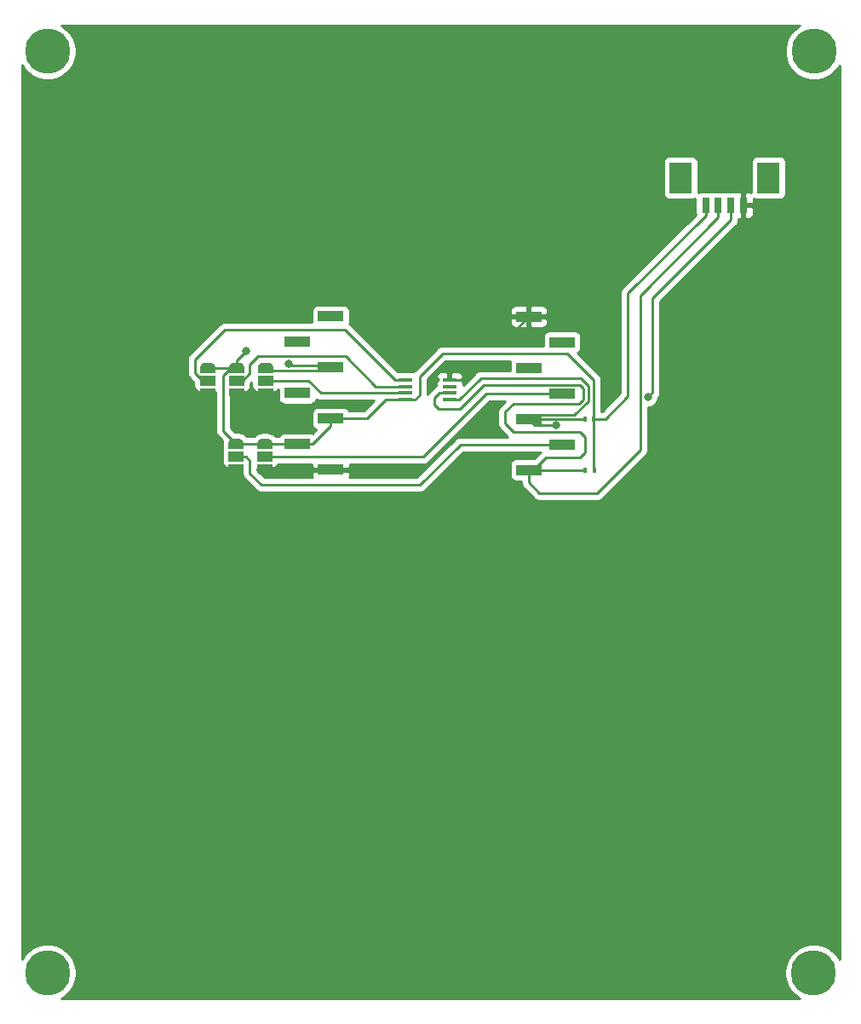
<source format=gbr>
G04 #@! TF.GenerationSoftware,KiCad,Pcbnew,(5.1.2)-2*
G04 #@! TF.CreationDate,2021-12-15T08:57:30-03:00*
G04 #@! TF.ProjectId,MAG_Plus,4d41475f-506c-4757-932e-6b696361645f,rev?*
G04 #@! TF.SameCoordinates,Original*
G04 #@! TF.FileFunction,Copper,L1,Top*
G04 #@! TF.FilePolarity,Positive*
%FSLAX46Y46*%
G04 Gerber Fmt 4.6, Leading zero omitted, Abs format (unit mm)*
G04 Created by KiCad (PCBNEW (5.1.2)-2) date 2021-12-15 08:57:30*
%MOMM*%
%LPD*%
G04 APERTURE LIST*
%ADD10C,4.500000*%
%ADD11R,0.800000X1.500000*%
%ADD12R,2.200000X3.100000*%
%ADD13R,2.510000X1.000000*%
%ADD14C,0.500000*%
%ADD15C,0.100000*%
%ADD16R,1.500000X1.000000*%
%ADD17R,0.400000X0.600000*%
%ADD18R,1.450000X0.450000*%
%ADD19C,0.800000*%
%ADD20C,0.250000*%
%ADD21C,0.254000*%
G04 APERTURE END LIST*
D10*
X200990000Y-235810000D03*
X124800000Y-235820000D03*
X201000000Y-144210000D03*
X124800000Y-144200000D03*
D11*
X194005000Y-159525000D03*
X192755000Y-159525000D03*
X191505000Y-159525000D03*
X190255000Y-159525000D03*
D12*
X196505000Y-156775000D03*
X187755000Y-156775000D03*
D13*
X172665000Y-170580000D03*
X172665000Y-175660000D03*
X172665000Y-180740000D03*
X172665000Y-185820000D03*
X175975000Y-173120000D03*
X175975000Y-178200000D03*
X175975000Y-183280000D03*
X149665000Y-173100000D03*
X149665000Y-178180000D03*
X149665000Y-183260000D03*
X152975000Y-170560000D03*
X152975000Y-175640000D03*
X152975000Y-180720000D03*
X152975000Y-185800000D03*
D14*
X146410000Y-183220000D03*
D15*
G36*
X145660000Y-183770000D02*
G01*
X145660000Y-183220000D01*
X145660602Y-183220000D01*
X145660602Y-183195466D01*
X145665412Y-183146635D01*
X145674984Y-183098510D01*
X145689228Y-183051555D01*
X145708005Y-183006222D01*
X145731136Y-182962949D01*
X145758396Y-182922150D01*
X145789524Y-182884221D01*
X145824221Y-182849524D01*
X145862150Y-182818396D01*
X145902949Y-182791136D01*
X145946222Y-182768005D01*
X145991555Y-182749228D01*
X146038510Y-182734984D01*
X146086635Y-182725412D01*
X146135466Y-182720602D01*
X146160000Y-182720602D01*
X146160000Y-182720000D01*
X146660000Y-182720000D01*
X146660000Y-182720602D01*
X146684534Y-182720602D01*
X146733365Y-182725412D01*
X146781490Y-182734984D01*
X146828445Y-182749228D01*
X146873778Y-182768005D01*
X146917051Y-182791136D01*
X146957850Y-182818396D01*
X146995779Y-182849524D01*
X147030476Y-182884221D01*
X147061604Y-182922150D01*
X147088864Y-182962949D01*
X147111995Y-183006222D01*
X147130772Y-183051555D01*
X147145016Y-183098510D01*
X147154588Y-183146635D01*
X147159398Y-183195466D01*
X147159398Y-183220000D01*
X147160000Y-183220000D01*
X147160000Y-183770000D01*
X145660000Y-183770000D01*
X145660000Y-183770000D01*
G37*
D14*
X146410000Y-185820000D03*
D15*
G36*
X147159398Y-185820000D02*
G01*
X147159398Y-185844534D01*
X147154588Y-185893365D01*
X147145016Y-185941490D01*
X147130772Y-185988445D01*
X147111995Y-186033778D01*
X147088864Y-186077051D01*
X147061604Y-186117850D01*
X147030476Y-186155779D01*
X146995779Y-186190476D01*
X146957850Y-186221604D01*
X146917051Y-186248864D01*
X146873778Y-186271995D01*
X146828445Y-186290772D01*
X146781490Y-186305016D01*
X146733365Y-186314588D01*
X146684534Y-186319398D01*
X146660000Y-186319398D01*
X146660000Y-186320000D01*
X146160000Y-186320000D01*
X146160000Y-186319398D01*
X146135466Y-186319398D01*
X146086635Y-186314588D01*
X146038510Y-186305016D01*
X145991555Y-186290772D01*
X145946222Y-186271995D01*
X145902949Y-186248864D01*
X145862150Y-186221604D01*
X145824221Y-186190476D01*
X145789524Y-186155779D01*
X145758396Y-186117850D01*
X145731136Y-186077051D01*
X145708005Y-186033778D01*
X145689228Y-185988445D01*
X145674984Y-185941490D01*
X145665412Y-185893365D01*
X145660602Y-185844534D01*
X145660602Y-185820000D01*
X145660000Y-185820000D01*
X145660000Y-185270000D01*
X147160000Y-185270000D01*
X147160000Y-185820000D01*
X147159398Y-185820000D01*
X147159398Y-185820000D01*
G37*
D16*
X146410000Y-184520000D03*
X143540000Y-184500000D03*
D14*
X143540000Y-185800000D03*
D15*
G36*
X144289398Y-185800000D02*
G01*
X144289398Y-185824534D01*
X144284588Y-185873365D01*
X144275016Y-185921490D01*
X144260772Y-185968445D01*
X144241995Y-186013778D01*
X144218864Y-186057051D01*
X144191604Y-186097850D01*
X144160476Y-186135779D01*
X144125779Y-186170476D01*
X144087850Y-186201604D01*
X144047051Y-186228864D01*
X144003778Y-186251995D01*
X143958445Y-186270772D01*
X143911490Y-186285016D01*
X143863365Y-186294588D01*
X143814534Y-186299398D01*
X143790000Y-186299398D01*
X143790000Y-186300000D01*
X143290000Y-186300000D01*
X143290000Y-186299398D01*
X143265466Y-186299398D01*
X143216635Y-186294588D01*
X143168510Y-186285016D01*
X143121555Y-186270772D01*
X143076222Y-186251995D01*
X143032949Y-186228864D01*
X142992150Y-186201604D01*
X142954221Y-186170476D01*
X142919524Y-186135779D01*
X142888396Y-186097850D01*
X142861136Y-186057051D01*
X142838005Y-186013778D01*
X142819228Y-185968445D01*
X142804984Y-185921490D01*
X142795412Y-185873365D01*
X142790602Y-185824534D01*
X142790602Y-185800000D01*
X142790000Y-185800000D01*
X142790000Y-185250000D01*
X144290000Y-185250000D01*
X144290000Y-185800000D01*
X144289398Y-185800000D01*
X144289398Y-185800000D01*
G37*
D14*
X143540000Y-183200000D03*
D15*
G36*
X142790000Y-183750000D02*
G01*
X142790000Y-183200000D01*
X142790602Y-183200000D01*
X142790602Y-183175466D01*
X142795412Y-183126635D01*
X142804984Y-183078510D01*
X142819228Y-183031555D01*
X142838005Y-182986222D01*
X142861136Y-182942949D01*
X142888396Y-182902150D01*
X142919524Y-182864221D01*
X142954221Y-182829524D01*
X142992150Y-182798396D01*
X143032949Y-182771136D01*
X143076222Y-182748005D01*
X143121555Y-182729228D01*
X143168510Y-182714984D01*
X143216635Y-182705412D01*
X143265466Y-182700602D01*
X143290000Y-182700602D01*
X143290000Y-182700000D01*
X143790000Y-182700000D01*
X143790000Y-182700602D01*
X143814534Y-182700602D01*
X143863365Y-182705412D01*
X143911490Y-182714984D01*
X143958445Y-182729228D01*
X144003778Y-182748005D01*
X144047051Y-182771136D01*
X144087850Y-182798396D01*
X144125779Y-182829524D01*
X144160476Y-182864221D01*
X144191604Y-182902150D01*
X144218864Y-182942949D01*
X144241995Y-182986222D01*
X144260772Y-183031555D01*
X144275016Y-183078510D01*
X144284588Y-183126635D01*
X144289398Y-183175466D01*
X144289398Y-183200000D01*
X144290000Y-183200000D01*
X144290000Y-183750000D01*
X142790000Y-183750000D01*
X142790000Y-183750000D01*
G37*
D17*
X178250000Y-185830000D03*
X179150000Y-185830000D03*
X179140000Y-180740000D03*
X178240000Y-180740000D03*
D14*
X146500000Y-175650000D03*
D15*
G36*
X145750000Y-176200000D02*
G01*
X145750000Y-175650000D01*
X145750602Y-175650000D01*
X145750602Y-175625466D01*
X145755412Y-175576635D01*
X145764984Y-175528510D01*
X145779228Y-175481555D01*
X145798005Y-175436222D01*
X145821136Y-175392949D01*
X145848396Y-175352150D01*
X145879524Y-175314221D01*
X145914221Y-175279524D01*
X145952150Y-175248396D01*
X145992949Y-175221136D01*
X146036222Y-175198005D01*
X146081555Y-175179228D01*
X146128510Y-175164984D01*
X146176635Y-175155412D01*
X146225466Y-175150602D01*
X146250000Y-175150602D01*
X146250000Y-175150000D01*
X146750000Y-175150000D01*
X146750000Y-175150602D01*
X146774534Y-175150602D01*
X146823365Y-175155412D01*
X146871490Y-175164984D01*
X146918445Y-175179228D01*
X146963778Y-175198005D01*
X147007051Y-175221136D01*
X147047850Y-175248396D01*
X147085779Y-175279524D01*
X147120476Y-175314221D01*
X147151604Y-175352150D01*
X147178864Y-175392949D01*
X147201995Y-175436222D01*
X147220772Y-175481555D01*
X147235016Y-175528510D01*
X147244588Y-175576635D01*
X147249398Y-175625466D01*
X147249398Y-175650000D01*
X147250000Y-175650000D01*
X147250000Y-176200000D01*
X145750000Y-176200000D01*
X145750000Y-176200000D01*
G37*
D14*
X146500000Y-178250000D03*
D15*
G36*
X147249398Y-178250000D02*
G01*
X147249398Y-178274534D01*
X147244588Y-178323365D01*
X147235016Y-178371490D01*
X147220772Y-178418445D01*
X147201995Y-178463778D01*
X147178864Y-178507051D01*
X147151604Y-178547850D01*
X147120476Y-178585779D01*
X147085779Y-178620476D01*
X147047850Y-178651604D01*
X147007051Y-178678864D01*
X146963778Y-178701995D01*
X146918445Y-178720772D01*
X146871490Y-178735016D01*
X146823365Y-178744588D01*
X146774534Y-178749398D01*
X146750000Y-178749398D01*
X146750000Y-178750000D01*
X146250000Y-178750000D01*
X146250000Y-178749398D01*
X146225466Y-178749398D01*
X146176635Y-178744588D01*
X146128510Y-178735016D01*
X146081555Y-178720772D01*
X146036222Y-178701995D01*
X145992949Y-178678864D01*
X145952150Y-178651604D01*
X145914221Y-178620476D01*
X145879524Y-178585779D01*
X145848396Y-178547850D01*
X145821136Y-178507051D01*
X145798005Y-178463778D01*
X145779228Y-178418445D01*
X145764984Y-178371490D01*
X145755412Y-178323365D01*
X145750602Y-178274534D01*
X145750602Y-178250000D01*
X145750000Y-178250000D01*
X145750000Y-177700000D01*
X147250000Y-177700000D01*
X147250000Y-178250000D01*
X147249398Y-178250000D01*
X147249398Y-178250000D01*
G37*
D16*
X146500000Y-176950000D03*
X140740000Y-176970000D03*
D14*
X140740000Y-178270000D03*
D15*
G36*
X141489398Y-178270000D02*
G01*
X141489398Y-178294534D01*
X141484588Y-178343365D01*
X141475016Y-178391490D01*
X141460772Y-178438445D01*
X141441995Y-178483778D01*
X141418864Y-178527051D01*
X141391604Y-178567850D01*
X141360476Y-178605779D01*
X141325779Y-178640476D01*
X141287850Y-178671604D01*
X141247051Y-178698864D01*
X141203778Y-178721995D01*
X141158445Y-178740772D01*
X141111490Y-178755016D01*
X141063365Y-178764588D01*
X141014534Y-178769398D01*
X140990000Y-178769398D01*
X140990000Y-178770000D01*
X140490000Y-178770000D01*
X140490000Y-178769398D01*
X140465466Y-178769398D01*
X140416635Y-178764588D01*
X140368510Y-178755016D01*
X140321555Y-178740772D01*
X140276222Y-178721995D01*
X140232949Y-178698864D01*
X140192150Y-178671604D01*
X140154221Y-178640476D01*
X140119524Y-178605779D01*
X140088396Y-178567850D01*
X140061136Y-178527051D01*
X140038005Y-178483778D01*
X140019228Y-178438445D01*
X140004984Y-178391490D01*
X139995412Y-178343365D01*
X139990602Y-178294534D01*
X139990602Y-178270000D01*
X139990000Y-178270000D01*
X139990000Y-177720000D01*
X141490000Y-177720000D01*
X141490000Y-178270000D01*
X141489398Y-178270000D01*
X141489398Y-178270000D01*
G37*
D14*
X140740000Y-175670000D03*
D15*
G36*
X139990000Y-176220000D02*
G01*
X139990000Y-175670000D01*
X139990602Y-175670000D01*
X139990602Y-175645466D01*
X139995412Y-175596635D01*
X140004984Y-175548510D01*
X140019228Y-175501555D01*
X140038005Y-175456222D01*
X140061136Y-175412949D01*
X140088396Y-175372150D01*
X140119524Y-175334221D01*
X140154221Y-175299524D01*
X140192150Y-175268396D01*
X140232949Y-175241136D01*
X140276222Y-175218005D01*
X140321555Y-175199228D01*
X140368510Y-175184984D01*
X140416635Y-175175412D01*
X140465466Y-175170602D01*
X140490000Y-175170602D01*
X140490000Y-175170000D01*
X140990000Y-175170000D01*
X140990000Y-175170602D01*
X141014534Y-175170602D01*
X141063365Y-175175412D01*
X141111490Y-175184984D01*
X141158445Y-175199228D01*
X141203778Y-175218005D01*
X141247051Y-175241136D01*
X141287850Y-175268396D01*
X141325779Y-175299524D01*
X141360476Y-175334221D01*
X141391604Y-175372150D01*
X141418864Y-175412949D01*
X141441995Y-175456222D01*
X141460772Y-175501555D01*
X141475016Y-175548510D01*
X141484588Y-175596635D01*
X141489398Y-175645466D01*
X141489398Y-175670000D01*
X141490000Y-175670000D01*
X141490000Y-176220000D01*
X139990000Y-176220000D01*
X139990000Y-176220000D01*
G37*
D14*
X143620000Y-175650000D03*
D15*
G36*
X142870000Y-176200000D02*
G01*
X142870000Y-175650000D01*
X142870602Y-175650000D01*
X142870602Y-175625466D01*
X142875412Y-175576635D01*
X142884984Y-175528510D01*
X142899228Y-175481555D01*
X142918005Y-175436222D01*
X142941136Y-175392949D01*
X142968396Y-175352150D01*
X142999524Y-175314221D01*
X143034221Y-175279524D01*
X143072150Y-175248396D01*
X143112949Y-175221136D01*
X143156222Y-175198005D01*
X143201555Y-175179228D01*
X143248510Y-175164984D01*
X143296635Y-175155412D01*
X143345466Y-175150602D01*
X143370000Y-175150602D01*
X143370000Y-175150000D01*
X143870000Y-175150000D01*
X143870000Y-175150602D01*
X143894534Y-175150602D01*
X143943365Y-175155412D01*
X143991490Y-175164984D01*
X144038445Y-175179228D01*
X144083778Y-175198005D01*
X144127051Y-175221136D01*
X144167850Y-175248396D01*
X144205779Y-175279524D01*
X144240476Y-175314221D01*
X144271604Y-175352150D01*
X144298864Y-175392949D01*
X144321995Y-175436222D01*
X144340772Y-175481555D01*
X144355016Y-175528510D01*
X144364588Y-175576635D01*
X144369398Y-175625466D01*
X144369398Y-175650000D01*
X144370000Y-175650000D01*
X144370000Y-176200000D01*
X142870000Y-176200000D01*
X142870000Y-176200000D01*
G37*
D14*
X143620000Y-178250000D03*
D15*
G36*
X144369398Y-178250000D02*
G01*
X144369398Y-178274534D01*
X144364588Y-178323365D01*
X144355016Y-178371490D01*
X144340772Y-178418445D01*
X144321995Y-178463778D01*
X144298864Y-178507051D01*
X144271604Y-178547850D01*
X144240476Y-178585779D01*
X144205779Y-178620476D01*
X144167850Y-178651604D01*
X144127051Y-178678864D01*
X144083778Y-178701995D01*
X144038445Y-178720772D01*
X143991490Y-178735016D01*
X143943365Y-178744588D01*
X143894534Y-178749398D01*
X143870000Y-178749398D01*
X143870000Y-178750000D01*
X143370000Y-178750000D01*
X143370000Y-178749398D01*
X143345466Y-178749398D01*
X143296635Y-178744588D01*
X143248510Y-178735016D01*
X143201555Y-178720772D01*
X143156222Y-178701995D01*
X143112949Y-178678864D01*
X143072150Y-178651604D01*
X143034221Y-178620476D01*
X142999524Y-178585779D01*
X142968396Y-178547850D01*
X142941136Y-178507051D01*
X142918005Y-178463778D01*
X142899228Y-178418445D01*
X142884984Y-178371490D01*
X142875412Y-178323365D01*
X142870602Y-178274534D01*
X142870602Y-178250000D01*
X142870000Y-178250000D01*
X142870000Y-177700000D01*
X144370000Y-177700000D01*
X144370000Y-178250000D01*
X144369398Y-178250000D01*
X144369398Y-178250000D01*
G37*
D16*
X143620000Y-176950000D03*
D18*
X164780000Y-178830000D03*
X164780000Y-178180000D03*
X164780000Y-177530000D03*
X164780000Y-176880000D03*
X160380000Y-176880000D03*
X160380000Y-177530000D03*
X160380000Y-178180000D03*
X160380000Y-178830000D03*
D19*
X184495000Y-178590000D03*
X175410000Y-181355000D03*
X145090000Y-180820000D03*
X138350000Y-180960000D03*
X156570000Y-186190000D03*
X143870000Y-187970000D03*
X167840000Y-175400000D03*
X170550000Y-172690000D03*
X144570000Y-173970000D03*
X148800000Y-175235000D03*
D20*
X178240000Y-185820000D02*
X178250000Y-185830000D01*
X172665000Y-185820000D02*
X178240000Y-185820000D01*
X174340000Y-184610000D02*
X173130000Y-185820000D01*
X177770000Y-184610000D02*
X174340000Y-184610000D01*
X178260000Y-184120000D02*
X177770000Y-184610000D01*
X178260000Y-182590000D02*
X178260000Y-184120000D01*
X165840000Y-179740000D02*
X168205001Y-177374999D01*
X163690000Y-179740000D02*
X165840000Y-179740000D01*
X163260000Y-178660000D02*
X163260000Y-179310000D01*
X178090000Y-177690000D02*
X178090000Y-178820000D01*
X164780000Y-178180000D02*
X163740000Y-178180000D01*
X168205001Y-177374999D02*
X177774999Y-177374999D01*
X163740000Y-178180000D02*
X163260000Y-178660000D01*
X178090000Y-178820000D02*
X177670010Y-179239990D01*
X177774999Y-177374999D02*
X178090000Y-177690000D01*
X177670010Y-179239990D02*
X171130010Y-179239990D01*
X171130010Y-179239990D02*
X170320000Y-180050000D01*
X171160000Y-182080000D02*
X177750000Y-182080000D01*
X173130000Y-185820000D02*
X172665000Y-185820000D01*
X170320000Y-180050000D02*
X170320000Y-181240000D01*
X170320000Y-181240000D02*
X171160000Y-182080000D01*
X163260000Y-179310000D02*
X163690000Y-179740000D01*
X177750000Y-182080000D02*
X178260000Y-182590000D01*
X172665000Y-187085000D02*
X173730000Y-188150000D01*
X172665000Y-185820000D02*
X172665000Y-187085000D01*
X173730000Y-188150000D02*
X179450000Y-188150000D01*
X183769999Y-183830001D02*
X183675000Y-183925000D01*
X183769999Y-168480001D02*
X183769999Y-183830001D01*
X191505000Y-160745000D02*
X183769999Y-168480001D01*
X191505000Y-159525000D02*
X191505000Y-160745000D01*
X179450000Y-188150000D02*
X183675000Y-183925000D01*
X183675000Y-183925000D02*
X183770000Y-183830000D01*
X165755000Y-178830000D02*
X164780000Y-178830000D01*
X167905000Y-176680000D02*
X165755000Y-178830000D01*
X173055000Y-180350000D02*
X177196411Y-180350000D01*
X172665000Y-180740000D02*
X173055000Y-180350000D01*
X177196411Y-180350000D02*
X178580000Y-178966411D01*
X178580000Y-178966411D02*
X178580000Y-177440000D01*
X178580000Y-177440000D02*
X177820000Y-176680000D01*
X177820000Y-176680000D02*
X167905000Y-176680000D01*
X172665000Y-180740000D02*
X178240000Y-180740000D01*
X173280000Y-181355000D02*
X172665000Y-180740000D01*
X175410000Y-181355000D02*
X173280000Y-181355000D01*
X192755000Y-160525000D02*
X192755000Y-159525000D01*
X192760000Y-160530000D02*
X192755000Y-160525000D01*
X192760000Y-160980000D02*
X192760000Y-160530000D01*
X184990000Y-168750000D02*
X192760000Y-160980000D01*
X184495000Y-178590000D02*
X184990000Y-178095000D01*
X184990000Y-178095000D02*
X184990000Y-168750000D01*
X143620000Y-179350000D02*
X145090000Y-180820000D01*
X143620000Y-178250000D02*
X143620000Y-179350000D01*
X152975000Y-185800000D02*
X156180000Y-185800000D01*
X156180000Y-185800000D02*
X156570000Y-186190000D01*
X143870000Y-186130000D02*
X143540000Y-185800000D01*
X143870000Y-187970000D02*
X143870000Y-186130000D01*
X164780000Y-176880000D02*
X166360000Y-176880000D01*
X166360000Y-176880000D02*
X167840000Y-175400000D01*
X172660000Y-170580000D02*
X172665000Y-170580000D01*
X170550000Y-172690000D02*
X172660000Y-170580000D01*
X143600000Y-175670000D02*
X143620000Y-175650000D01*
X140740000Y-175670000D02*
X143600000Y-175670000D01*
X146390000Y-183200000D02*
X146410000Y-183220000D01*
X143540000Y-183200000D02*
X146390000Y-183200000D01*
X149625000Y-183220000D02*
X149665000Y-183260000D01*
X146410000Y-183220000D02*
X149625000Y-183220000D01*
X152975000Y-180720000D02*
X156580000Y-180720000D01*
X158470000Y-178830000D02*
X160380000Y-178830000D01*
X156580000Y-180720000D02*
X158470000Y-178830000D01*
X151170000Y-183260000D02*
X149665000Y-183260000D01*
X151185000Y-183260000D02*
X151170000Y-183260000D01*
X152975000Y-181470000D02*
X151185000Y-183260000D01*
X152975000Y-180720000D02*
X152975000Y-181470000D01*
X143084998Y-175650000D02*
X142280000Y-176454998D01*
X143620000Y-175650000D02*
X143084998Y-175650000D01*
X142280000Y-181940000D02*
X143540000Y-183200000D01*
X142280000Y-176454998D02*
X142280000Y-181940000D01*
X143620000Y-175650000D02*
X143620000Y-174920000D01*
X143620000Y-174920000D02*
X144570000Y-173970000D01*
X152755000Y-175420000D02*
X152975000Y-175640000D01*
X148800000Y-175235000D02*
X148985000Y-175420000D01*
X148985000Y-175420000D02*
X152755000Y-175420000D01*
X152695000Y-175920000D02*
X152975000Y-175640000D01*
X146500000Y-175650000D02*
X146770000Y-175920000D01*
X146770000Y-175920000D02*
X152695000Y-175920000D01*
X179140000Y-185820000D02*
X179150000Y-185830000D01*
X179140000Y-180740000D02*
X179140000Y-185820000D01*
X179140000Y-180190000D02*
X179140000Y-180740000D01*
X179140000Y-176880000D02*
X179140000Y-180190000D01*
X161355000Y-178830000D02*
X161820000Y-178365000D01*
X161820000Y-178365000D02*
X161820000Y-176510000D01*
X161820000Y-176510000D02*
X164090000Y-174240000D01*
X164090000Y-174240000D02*
X176500000Y-174240000D01*
X160380000Y-178830000D02*
X161355000Y-178830000D01*
X176500000Y-174240000D02*
X179140000Y-176880000D01*
X180290000Y-180740000D02*
X179140000Y-180740000D01*
X182520000Y-178510000D02*
X180290000Y-180740000D01*
X182520000Y-168260000D02*
X182520000Y-178510000D01*
X190255000Y-159525000D02*
X190255000Y-160525000D01*
X190255000Y-160525000D02*
X182520000Y-168260000D01*
X168480000Y-178200000D02*
X175975000Y-178200000D01*
X146410000Y-184520000D02*
X162160000Y-184520000D01*
X162160000Y-184520000D02*
X168480000Y-178200000D01*
X144540000Y-184500000D02*
X143540000Y-184500000D01*
X165870000Y-183280000D02*
X161850000Y-187300000D01*
X175975000Y-183280000D02*
X165870000Y-183280000D01*
X161850000Y-187300000D02*
X146070000Y-187300000D01*
X146070000Y-187300000D02*
X144940000Y-186170000D01*
X144940000Y-186170000D02*
X144940000Y-184900000D01*
X144940000Y-184900000D02*
X144540000Y-184500000D01*
X159405000Y-178180000D02*
X160380000Y-178180000D01*
X152003590Y-178180000D02*
X159405000Y-178180000D01*
X150773590Y-176950000D02*
X152003590Y-178180000D01*
X146500000Y-176950000D02*
X150773590Y-176950000D01*
X159405000Y-176880000D02*
X160380000Y-176880000D01*
X140280364Y-176970000D02*
X139480000Y-176169636D01*
X140740000Y-176970000D02*
X140280364Y-176970000D01*
X139480000Y-176169636D02*
X139480000Y-174830000D01*
X139480000Y-174830000D02*
X142420000Y-171890000D01*
X142420000Y-171890000D02*
X154415000Y-171890000D01*
X154415000Y-171890000D02*
X159405000Y-176880000D01*
X159405000Y-177530000D02*
X160380000Y-177530000D01*
X157460000Y-177530000D02*
X159405000Y-177530000D01*
X144220000Y-176950000D02*
X144930000Y-176240000D01*
X143620000Y-176950000D02*
X144220000Y-176950000D01*
X144930000Y-176240000D02*
X144930000Y-175360000D01*
X144930000Y-175360000D02*
X145780000Y-174510000D01*
X145780000Y-174510000D02*
X154440000Y-174510000D01*
X154440000Y-174510000D02*
X157460000Y-177530000D01*
D21*
G36*
X199160920Y-141969074D02*
G01*
X198759074Y-142370920D01*
X198443346Y-142843440D01*
X198225869Y-143368477D01*
X198115000Y-143925852D01*
X198115000Y-144494148D01*
X198225869Y-145051523D01*
X198443346Y-145576560D01*
X198759074Y-146049080D01*
X199160920Y-146450926D01*
X199633440Y-146766654D01*
X200158477Y-146984131D01*
X200715852Y-147095000D01*
X201284148Y-147095000D01*
X201841523Y-146984131D01*
X202366560Y-146766654D01*
X202839080Y-146450926D01*
X203240926Y-146049080D01*
X203540000Y-145601484D01*
X203540001Y-234433483D01*
X203230926Y-233970920D01*
X202829080Y-233569074D01*
X202356560Y-233253346D01*
X201831523Y-233035869D01*
X201274148Y-232925000D01*
X200705852Y-232925000D01*
X200148477Y-233035869D01*
X199623440Y-233253346D01*
X199150920Y-233569074D01*
X198749074Y-233970920D01*
X198433346Y-234443440D01*
X198215869Y-234968477D01*
X198105000Y-235525852D01*
X198105000Y-236094148D01*
X198215869Y-236651523D01*
X198433346Y-237176560D01*
X198749074Y-237649080D01*
X199150920Y-238050926D01*
X199583549Y-238340000D01*
X126221417Y-238340000D01*
X126639080Y-238060926D01*
X127040926Y-237659080D01*
X127356654Y-237186560D01*
X127574131Y-236661523D01*
X127685000Y-236104148D01*
X127685000Y-235535852D01*
X127574131Y-234978477D01*
X127356654Y-234453440D01*
X127040926Y-233980920D01*
X126639080Y-233579074D01*
X126166560Y-233263346D01*
X125641523Y-233045869D01*
X125084148Y-232935000D01*
X124515852Y-232935000D01*
X123958477Y-233045869D01*
X123433440Y-233263346D01*
X122960920Y-233579074D01*
X122559074Y-233980920D01*
X122260000Y-234428516D01*
X122260000Y-174830000D01*
X138716324Y-174830000D01*
X138720001Y-174867332D01*
X138720000Y-176132313D01*
X138716324Y-176169636D01*
X138720000Y-176206958D01*
X138720000Y-176206968D01*
X138730997Y-176318621D01*
X138761447Y-176419002D01*
X138774454Y-176461882D01*
X138845026Y-176593912D01*
X138870988Y-176625546D01*
X138939999Y-176709637D01*
X138969002Y-176733439D01*
X139351928Y-177116366D01*
X139351928Y-177470000D01*
X139364188Y-177594482D01*
X139400498Y-177714180D01*
X139459463Y-177824494D01*
X139538815Y-177921185D01*
X139635506Y-178000537D01*
X139745820Y-178059502D01*
X139865518Y-178095812D01*
X139990000Y-178108072D01*
X141490000Y-178108072D01*
X141520000Y-178105117D01*
X141520001Y-181902668D01*
X141516324Y-181940000D01*
X141520001Y-181977333D01*
X141530998Y-182088986D01*
X141535553Y-182104002D01*
X141574454Y-182232246D01*
X141645026Y-182364276D01*
X141695277Y-182425506D01*
X141740000Y-182480001D01*
X141768998Y-182503799D01*
X142188012Y-182922814D01*
X142185718Y-182930377D01*
X142166596Y-183026510D01*
X142154336Y-183150991D01*
X142154336Y-183175550D01*
X142151928Y-183200000D01*
X142151928Y-183750000D01*
X142164188Y-183874482D01*
X142164345Y-183875000D01*
X142164188Y-183875518D01*
X142151928Y-184000000D01*
X142151928Y-185000000D01*
X142164188Y-185124482D01*
X142200498Y-185244180D01*
X142259463Y-185354494D01*
X142338815Y-185451185D01*
X142435506Y-185530537D01*
X142545820Y-185589502D01*
X142665518Y-185625812D01*
X142790000Y-185638072D01*
X144180000Y-185638072D01*
X144180000Y-186132677D01*
X144176324Y-186170000D01*
X144180000Y-186207322D01*
X144180000Y-186207332D01*
X144190997Y-186318985D01*
X144230747Y-186450026D01*
X144234454Y-186462246D01*
X144305026Y-186594276D01*
X144344871Y-186642826D01*
X144399999Y-186710001D01*
X144429002Y-186733804D01*
X145506201Y-187811003D01*
X145529999Y-187840001D01*
X145645724Y-187934974D01*
X145777753Y-188005546D01*
X145921014Y-188049003D01*
X146032667Y-188060000D01*
X146032676Y-188060000D01*
X146069999Y-188063676D01*
X146107322Y-188060000D01*
X161812678Y-188060000D01*
X161850000Y-188063676D01*
X161887322Y-188060000D01*
X161887333Y-188060000D01*
X161998986Y-188049003D01*
X162142247Y-188005546D01*
X162274276Y-187934974D01*
X162390001Y-187840001D01*
X162413804Y-187810997D01*
X166184802Y-184040000D01*
X173836552Y-184040000D01*
X173828996Y-184046201D01*
X173828992Y-184046205D01*
X173799999Y-184069999D01*
X173776205Y-184098992D01*
X173193270Y-184681928D01*
X171410000Y-184681928D01*
X171285518Y-184694188D01*
X171165820Y-184730498D01*
X171055506Y-184789463D01*
X170958815Y-184868815D01*
X170879463Y-184965506D01*
X170820498Y-185075820D01*
X170784188Y-185195518D01*
X170771928Y-185320000D01*
X170771928Y-186320000D01*
X170784188Y-186444482D01*
X170820498Y-186564180D01*
X170879463Y-186674494D01*
X170958815Y-186771185D01*
X171055506Y-186850537D01*
X171165820Y-186909502D01*
X171285518Y-186945812D01*
X171410000Y-186958072D01*
X171905001Y-186958072D01*
X171905001Y-187047668D01*
X171901324Y-187085000D01*
X171915998Y-187233985D01*
X171959454Y-187377246D01*
X172030026Y-187509276D01*
X172101201Y-187596002D01*
X172125000Y-187625001D01*
X172153998Y-187648799D01*
X173166205Y-188661008D01*
X173189999Y-188690001D01*
X173218992Y-188713795D01*
X173218996Y-188713799D01*
X173289685Y-188771811D01*
X173305724Y-188784974D01*
X173437753Y-188855546D01*
X173581014Y-188899003D01*
X173692667Y-188910000D01*
X173692676Y-188910000D01*
X173729999Y-188913676D01*
X173767322Y-188910000D01*
X179412678Y-188910000D01*
X179450000Y-188913676D01*
X179487322Y-188910000D01*
X179487333Y-188910000D01*
X179598986Y-188899003D01*
X179742247Y-188855546D01*
X179874276Y-188784974D01*
X179990001Y-188690001D01*
X180013804Y-188660997D01*
X184238799Y-184436003D01*
X184238804Y-184435997D01*
X184280996Y-184393805D01*
X184310000Y-184370002D01*
X184404973Y-184254277D01*
X184475545Y-184122248D01*
X184519002Y-183978987D01*
X184529999Y-183867334D01*
X184533676Y-183830001D01*
X184529999Y-183792668D01*
X184529999Y-179625000D01*
X184596939Y-179625000D01*
X184796898Y-179585226D01*
X184985256Y-179507205D01*
X185154774Y-179393937D01*
X185298937Y-179249774D01*
X185412205Y-179080256D01*
X185490226Y-178891898D01*
X185530000Y-178691939D01*
X185530000Y-178635002D01*
X185530001Y-178635001D01*
X185624974Y-178519276D01*
X185695546Y-178387247D01*
X185739003Y-178243986D01*
X185750000Y-178132333D01*
X185750000Y-178132325D01*
X185753676Y-178095000D01*
X185750000Y-178057675D01*
X185750000Y-169064801D01*
X193271009Y-161543794D01*
X193300001Y-161520001D01*
X193323795Y-161491008D01*
X193323799Y-161491004D01*
X193394973Y-161404277D01*
X193394974Y-161404276D01*
X193465546Y-161272247D01*
X193509003Y-161128986D01*
X193520000Y-161017333D01*
X193520000Y-161017324D01*
X193523676Y-160980001D01*
X193520000Y-160942678D01*
X193520000Y-160904701D01*
X193605000Y-160913072D01*
X193719250Y-160910000D01*
X193878000Y-160751250D01*
X193878000Y-159652000D01*
X194132000Y-159652000D01*
X194132000Y-160751250D01*
X194290750Y-160910000D01*
X194405000Y-160913072D01*
X194529482Y-160900812D01*
X194649180Y-160864502D01*
X194759494Y-160805537D01*
X194856185Y-160726185D01*
X194935537Y-160629494D01*
X194994502Y-160519180D01*
X195030812Y-160399482D01*
X195043072Y-160275000D01*
X195040000Y-159810750D01*
X194881250Y-159652000D01*
X194132000Y-159652000D01*
X193878000Y-159652000D01*
X193858000Y-159652000D01*
X193858000Y-159398000D01*
X193878000Y-159398000D01*
X193878000Y-158298750D01*
X194132000Y-158298750D01*
X194132000Y-159398000D01*
X194881250Y-159398000D01*
X195040000Y-159239250D01*
X195042582Y-158849034D01*
X195050506Y-158855537D01*
X195160820Y-158914502D01*
X195280518Y-158950812D01*
X195405000Y-158963072D01*
X197605000Y-158963072D01*
X197729482Y-158950812D01*
X197849180Y-158914502D01*
X197959494Y-158855537D01*
X198056185Y-158776185D01*
X198135537Y-158679494D01*
X198194502Y-158569180D01*
X198230812Y-158449482D01*
X198243072Y-158325000D01*
X198243072Y-155225000D01*
X198230812Y-155100518D01*
X198194502Y-154980820D01*
X198135537Y-154870506D01*
X198056185Y-154773815D01*
X197959494Y-154694463D01*
X197849180Y-154635498D01*
X197729482Y-154599188D01*
X197605000Y-154586928D01*
X195405000Y-154586928D01*
X195280518Y-154599188D01*
X195160820Y-154635498D01*
X195050506Y-154694463D01*
X194953815Y-154773815D01*
X194874463Y-154870506D01*
X194815498Y-154980820D01*
X194779188Y-155100518D01*
X194766928Y-155225000D01*
X194766928Y-158250564D01*
X194759494Y-158244463D01*
X194649180Y-158185498D01*
X194529482Y-158149188D01*
X194405000Y-158136928D01*
X194290750Y-158140000D01*
X194132000Y-158298750D01*
X193878000Y-158298750D01*
X193719250Y-158140000D01*
X193605000Y-158136928D01*
X193480518Y-158149188D01*
X193380000Y-158179680D01*
X193279482Y-158149188D01*
X193155000Y-158136928D01*
X192355000Y-158136928D01*
X192230518Y-158149188D01*
X192130000Y-158179680D01*
X192029482Y-158149188D01*
X191905000Y-158136928D01*
X191105000Y-158136928D01*
X190980518Y-158149188D01*
X190880000Y-158179680D01*
X190779482Y-158149188D01*
X190655000Y-158136928D01*
X189855000Y-158136928D01*
X189730518Y-158149188D01*
X189610820Y-158185498D01*
X189500506Y-158244463D01*
X189493072Y-158250564D01*
X189493072Y-155225000D01*
X189480812Y-155100518D01*
X189444502Y-154980820D01*
X189385537Y-154870506D01*
X189306185Y-154773815D01*
X189209494Y-154694463D01*
X189099180Y-154635498D01*
X188979482Y-154599188D01*
X188855000Y-154586928D01*
X186655000Y-154586928D01*
X186530518Y-154599188D01*
X186410820Y-154635498D01*
X186300506Y-154694463D01*
X186203815Y-154773815D01*
X186124463Y-154870506D01*
X186065498Y-154980820D01*
X186029188Y-155100518D01*
X186016928Y-155225000D01*
X186016928Y-158325000D01*
X186029188Y-158449482D01*
X186065498Y-158569180D01*
X186124463Y-158679494D01*
X186203815Y-158776185D01*
X186300506Y-158855537D01*
X186410820Y-158914502D01*
X186530518Y-158950812D01*
X186655000Y-158963072D01*
X188855000Y-158963072D01*
X188979482Y-158950812D01*
X189099180Y-158914502D01*
X189209494Y-158855537D01*
X189216928Y-158849436D01*
X189216928Y-160275000D01*
X189229188Y-160399482D01*
X189246999Y-160458199D01*
X182009003Y-167696196D01*
X181979999Y-167719999D01*
X181935309Y-167774455D01*
X181885026Y-167835724D01*
X181829289Y-167940000D01*
X181814454Y-167967754D01*
X181770997Y-168111015D01*
X181760000Y-168222668D01*
X181760000Y-168222678D01*
X181756324Y-168260000D01*
X181760000Y-168297322D01*
X181760001Y-178195197D01*
X179975199Y-179980000D01*
X179900000Y-179980000D01*
X179900000Y-176917323D01*
X179903676Y-176880000D01*
X179900000Y-176842677D01*
X179900000Y-176842667D01*
X179889003Y-176731014D01*
X179845546Y-176587753D01*
X179774974Y-176455724D01*
X179680001Y-176339999D01*
X179651004Y-176316202D01*
X177519877Y-174185076D01*
X177584494Y-174150537D01*
X177681185Y-174071185D01*
X177760537Y-173974494D01*
X177819502Y-173864180D01*
X177855812Y-173744482D01*
X177868072Y-173620000D01*
X177868072Y-172620000D01*
X177855812Y-172495518D01*
X177819502Y-172375820D01*
X177760537Y-172265506D01*
X177681185Y-172168815D01*
X177584494Y-172089463D01*
X177474180Y-172030498D01*
X177354482Y-171994188D01*
X177230000Y-171981928D01*
X174720000Y-171981928D01*
X174595518Y-171994188D01*
X174475820Y-172030498D01*
X174365506Y-172089463D01*
X174268815Y-172168815D01*
X174189463Y-172265506D01*
X174130498Y-172375820D01*
X174094188Y-172495518D01*
X174081928Y-172620000D01*
X174081928Y-173480000D01*
X164127325Y-173480000D01*
X164090000Y-173476324D01*
X164052675Y-173480000D01*
X164052667Y-173480000D01*
X163941014Y-173490997D01*
X163797753Y-173534454D01*
X163665724Y-173605026D01*
X163549999Y-173699999D01*
X163526201Y-173728997D01*
X161308998Y-175946201D01*
X161280000Y-175969999D01*
X161256202Y-175998997D01*
X161256201Y-175998998D01*
X161231037Y-176029660D01*
X161229482Y-176029188D01*
X161105000Y-176016928D01*
X159655000Y-176016928D01*
X159620161Y-176020359D01*
X154978804Y-171379003D01*
X154955001Y-171349999D01*
X154839276Y-171255026D01*
X154835091Y-171252789D01*
X154855812Y-171184482D01*
X154866102Y-171080000D01*
X170771928Y-171080000D01*
X170784188Y-171204482D01*
X170820498Y-171324180D01*
X170879463Y-171434494D01*
X170958815Y-171531185D01*
X171055506Y-171610537D01*
X171165820Y-171669502D01*
X171285518Y-171705812D01*
X171410000Y-171718072D01*
X172379250Y-171715000D01*
X172538000Y-171556250D01*
X172538000Y-170707000D01*
X172792000Y-170707000D01*
X172792000Y-171556250D01*
X172950750Y-171715000D01*
X173920000Y-171718072D01*
X174044482Y-171705812D01*
X174164180Y-171669502D01*
X174274494Y-171610537D01*
X174371185Y-171531185D01*
X174450537Y-171434494D01*
X174509502Y-171324180D01*
X174545812Y-171204482D01*
X174558072Y-171080000D01*
X174555000Y-170865750D01*
X174396250Y-170707000D01*
X172792000Y-170707000D01*
X172538000Y-170707000D01*
X170933750Y-170707000D01*
X170775000Y-170865750D01*
X170771928Y-171080000D01*
X154866102Y-171080000D01*
X154868072Y-171060000D01*
X154868072Y-170080000D01*
X170771928Y-170080000D01*
X170775000Y-170294250D01*
X170933750Y-170453000D01*
X172538000Y-170453000D01*
X172538000Y-169603750D01*
X172792000Y-169603750D01*
X172792000Y-170453000D01*
X174396250Y-170453000D01*
X174555000Y-170294250D01*
X174558072Y-170080000D01*
X174545812Y-169955518D01*
X174509502Y-169835820D01*
X174450537Y-169725506D01*
X174371185Y-169628815D01*
X174274494Y-169549463D01*
X174164180Y-169490498D01*
X174044482Y-169454188D01*
X173920000Y-169441928D01*
X172950750Y-169445000D01*
X172792000Y-169603750D01*
X172538000Y-169603750D01*
X172379250Y-169445000D01*
X171410000Y-169441928D01*
X171285518Y-169454188D01*
X171165820Y-169490498D01*
X171055506Y-169549463D01*
X170958815Y-169628815D01*
X170879463Y-169725506D01*
X170820498Y-169835820D01*
X170784188Y-169955518D01*
X170771928Y-170080000D01*
X154868072Y-170080000D01*
X154868072Y-170060000D01*
X154855812Y-169935518D01*
X154819502Y-169815820D01*
X154760537Y-169705506D01*
X154681185Y-169608815D01*
X154584494Y-169529463D01*
X154474180Y-169470498D01*
X154354482Y-169434188D01*
X154230000Y-169421928D01*
X151720000Y-169421928D01*
X151595518Y-169434188D01*
X151475820Y-169470498D01*
X151365506Y-169529463D01*
X151268815Y-169608815D01*
X151189463Y-169705506D01*
X151130498Y-169815820D01*
X151094188Y-169935518D01*
X151081928Y-170060000D01*
X151081928Y-171060000D01*
X151088822Y-171130000D01*
X142457323Y-171130000D01*
X142420000Y-171126324D01*
X142382677Y-171130000D01*
X142382667Y-171130000D01*
X142271014Y-171140997D01*
X142127753Y-171184454D01*
X141995724Y-171255026D01*
X141879999Y-171349999D01*
X141856201Y-171378997D01*
X138968998Y-174266201D01*
X138940000Y-174289999D01*
X138916202Y-174318997D01*
X138916201Y-174318998D01*
X138845026Y-174405724D01*
X138774454Y-174537754D01*
X138746541Y-174629774D01*
X138734037Y-174670998D01*
X138730998Y-174681015D01*
X138716324Y-174830000D01*
X122260000Y-174830000D01*
X122260000Y-145591484D01*
X122559074Y-146039080D01*
X122960920Y-146440926D01*
X123433440Y-146756654D01*
X123958477Y-146974131D01*
X124515852Y-147085000D01*
X125084148Y-147085000D01*
X125641523Y-146974131D01*
X126166560Y-146756654D01*
X126639080Y-146440926D01*
X127040926Y-146039080D01*
X127356654Y-145566560D01*
X127574131Y-145041523D01*
X127685000Y-144484148D01*
X127685000Y-143915852D01*
X127574131Y-143358477D01*
X127356654Y-142833440D01*
X127040926Y-142360920D01*
X126639080Y-141959074D01*
X126191484Y-141660000D01*
X199623482Y-141660000D01*
X199160920Y-141969074D01*
X199160920Y-141969074D01*
G37*
X199160920Y-141969074D02*
X198759074Y-142370920D01*
X198443346Y-142843440D01*
X198225869Y-143368477D01*
X198115000Y-143925852D01*
X198115000Y-144494148D01*
X198225869Y-145051523D01*
X198443346Y-145576560D01*
X198759074Y-146049080D01*
X199160920Y-146450926D01*
X199633440Y-146766654D01*
X200158477Y-146984131D01*
X200715852Y-147095000D01*
X201284148Y-147095000D01*
X201841523Y-146984131D01*
X202366560Y-146766654D01*
X202839080Y-146450926D01*
X203240926Y-146049080D01*
X203540000Y-145601484D01*
X203540001Y-234433483D01*
X203230926Y-233970920D01*
X202829080Y-233569074D01*
X202356560Y-233253346D01*
X201831523Y-233035869D01*
X201274148Y-232925000D01*
X200705852Y-232925000D01*
X200148477Y-233035869D01*
X199623440Y-233253346D01*
X199150920Y-233569074D01*
X198749074Y-233970920D01*
X198433346Y-234443440D01*
X198215869Y-234968477D01*
X198105000Y-235525852D01*
X198105000Y-236094148D01*
X198215869Y-236651523D01*
X198433346Y-237176560D01*
X198749074Y-237649080D01*
X199150920Y-238050926D01*
X199583549Y-238340000D01*
X126221417Y-238340000D01*
X126639080Y-238060926D01*
X127040926Y-237659080D01*
X127356654Y-237186560D01*
X127574131Y-236661523D01*
X127685000Y-236104148D01*
X127685000Y-235535852D01*
X127574131Y-234978477D01*
X127356654Y-234453440D01*
X127040926Y-233980920D01*
X126639080Y-233579074D01*
X126166560Y-233263346D01*
X125641523Y-233045869D01*
X125084148Y-232935000D01*
X124515852Y-232935000D01*
X123958477Y-233045869D01*
X123433440Y-233263346D01*
X122960920Y-233579074D01*
X122559074Y-233980920D01*
X122260000Y-234428516D01*
X122260000Y-174830000D01*
X138716324Y-174830000D01*
X138720001Y-174867332D01*
X138720000Y-176132313D01*
X138716324Y-176169636D01*
X138720000Y-176206958D01*
X138720000Y-176206968D01*
X138730997Y-176318621D01*
X138761447Y-176419002D01*
X138774454Y-176461882D01*
X138845026Y-176593912D01*
X138870988Y-176625546D01*
X138939999Y-176709637D01*
X138969002Y-176733439D01*
X139351928Y-177116366D01*
X139351928Y-177470000D01*
X139364188Y-177594482D01*
X139400498Y-177714180D01*
X139459463Y-177824494D01*
X139538815Y-177921185D01*
X139635506Y-178000537D01*
X139745820Y-178059502D01*
X139865518Y-178095812D01*
X139990000Y-178108072D01*
X141490000Y-178108072D01*
X141520000Y-178105117D01*
X141520001Y-181902668D01*
X141516324Y-181940000D01*
X141520001Y-181977333D01*
X141530998Y-182088986D01*
X141535553Y-182104002D01*
X141574454Y-182232246D01*
X141645026Y-182364276D01*
X141695277Y-182425506D01*
X141740000Y-182480001D01*
X141768998Y-182503799D01*
X142188012Y-182922814D01*
X142185718Y-182930377D01*
X142166596Y-183026510D01*
X142154336Y-183150991D01*
X142154336Y-183175550D01*
X142151928Y-183200000D01*
X142151928Y-183750000D01*
X142164188Y-183874482D01*
X142164345Y-183875000D01*
X142164188Y-183875518D01*
X142151928Y-184000000D01*
X142151928Y-185000000D01*
X142164188Y-185124482D01*
X142200498Y-185244180D01*
X142259463Y-185354494D01*
X142338815Y-185451185D01*
X142435506Y-185530537D01*
X142545820Y-185589502D01*
X142665518Y-185625812D01*
X142790000Y-185638072D01*
X144180000Y-185638072D01*
X144180000Y-186132677D01*
X144176324Y-186170000D01*
X144180000Y-186207322D01*
X144180000Y-186207332D01*
X144190997Y-186318985D01*
X144230747Y-186450026D01*
X144234454Y-186462246D01*
X144305026Y-186594276D01*
X144344871Y-186642826D01*
X144399999Y-186710001D01*
X144429002Y-186733804D01*
X145506201Y-187811003D01*
X145529999Y-187840001D01*
X145645724Y-187934974D01*
X145777753Y-188005546D01*
X145921014Y-188049003D01*
X146032667Y-188060000D01*
X146032676Y-188060000D01*
X146069999Y-188063676D01*
X146107322Y-188060000D01*
X161812678Y-188060000D01*
X161850000Y-188063676D01*
X161887322Y-188060000D01*
X161887333Y-188060000D01*
X161998986Y-188049003D01*
X162142247Y-188005546D01*
X162274276Y-187934974D01*
X162390001Y-187840001D01*
X162413804Y-187810997D01*
X166184802Y-184040000D01*
X173836552Y-184040000D01*
X173828996Y-184046201D01*
X173828992Y-184046205D01*
X173799999Y-184069999D01*
X173776205Y-184098992D01*
X173193270Y-184681928D01*
X171410000Y-184681928D01*
X171285518Y-184694188D01*
X171165820Y-184730498D01*
X171055506Y-184789463D01*
X170958815Y-184868815D01*
X170879463Y-184965506D01*
X170820498Y-185075820D01*
X170784188Y-185195518D01*
X170771928Y-185320000D01*
X170771928Y-186320000D01*
X170784188Y-186444482D01*
X170820498Y-186564180D01*
X170879463Y-186674494D01*
X170958815Y-186771185D01*
X171055506Y-186850537D01*
X171165820Y-186909502D01*
X171285518Y-186945812D01*
X171410000Y-186958072D01*
X171905001Y-186958072D01*
X171905001Y-187047668D01*
X171901324Y-187085000D01*
X171915998Y-187233985D01*
X171959454Y-187377246D01*
X172030026Y-187509276D01*
X172101201Y-187596002D01*
X172125000Y-187625001D01*
X172153998Y-187648799D01*
X173166205Y-188661008D01*
X173189999Y-188690001D01*
X173218992Y-188713795D01*
X173218996Y-188713799D01*
X173289685Y-188771811D01*
X173305724Y-188784974D01*
X173437753Y-188855546D01*
X173581014Y-188899003D01*
X173692667Y-188910000D01*
X173692676Y-188910000D01*
X173729999Y-188913676D01*
X173767322Y-188910000D01*
X179412678Y-188910000D01*
X179450000Y-188913676D01*
X179487322Y-188910000D01*
X179487333Y-188910000D01*
X179598986Y-188899003D01*
X179742247Y-188855546D01*
X179874276Y-188784974D01*
X179990001Y-188690001D01*
X180013804Y-188660997D01*
X184238799Y-184436003D01*
X184238804Y-184435997D01*
X184280996Y-184393805D01*
X184310000Y-184370002D01*
X184404973Y-184254277D01*
X184475545Y-184122248D01*
X184519002Y-183978987D01*
X184529999Y-183867334D01*
X184533676Y-183830001D01*
X184529999Y-183792668D01*
X184529999Y-179625000D01*
X184596939Y-179625000D01*
X184796898Y-179585226D01*
X184985256Y-179507205D01*
X185154774Y-179393937D01*
X185298937Y-179249774D01*
X185412205Y-179080256D01*
X185490226Y-178891898D01*
X185530000Y-178691939D01*
X185530000Y-178635002D01*
X185530001Y-178635001D01*
X185624974Y-178519276D01*
X185695546Y-178387247D01*
X185739003Y-178243986D01*
X185750000Y-178132333D01*
X185750000Y-178132325D01*
X185753676Y-178095000D01*
X185750000Y-178057675D01*
X185750000Y-169064801D01*
X193271009Y-161543794D01*
X193300001Y-161520001D01*
X193323795Y-161491008D01*
X193323799Y-161491004D01*
X193394973Y-161404277D01*
X193394974Y-161404276D01*
X193465546Y-161272247D01*
X193509003Y-161128986D01*
X193520000Y-161017333D01*
X193520000Y-161017324D01*
X193523676Y-160980001D01*
X193520000Y-160942678D01*
X193520000Y-160904701D01*
X193605000Y-160913072D01*
X193719250Y-160910000D01*
X193878000Y-160751250D01*
X193878000Y-159652000D01*
X194132000Y-159652000D01*
X194132000Y-160751250D01*
X194290750Y-160910000D01*
X194405000Y-160913072D01*
X194529482Y-160900812D01*
X194649180Y-160864502D01*
X194759494Y-160805537D01*
X194856185Y-160726185D01*
X194935537Y-160629494D01*
X194994502Y-160519180D01*
X195030812Y-160399482D01*
X195043072Y-160275000D01*
X195040000Y-159810750D01*
X194881250Y-159652000D01*
X194132000Y-159652000D01*
X193878000Y-159652000D01*
X193858000Y-159652000D01*
X193858000Y-159398000D01*
X193878000Y-159398000D01*
X193878000Y-158298750D01*
X194132000Y-158298750D01*
X194132000Y-159398000D01*
X194881250Y-159398000D01*
X195040000Y-159239250D01*
X195042582Y-158849034D01*
X195050506Y-158855537D01*
X195160820Y-158914502D01*
X195280518Y-158950812D01*
X195405000Y-158963072D01*
X197605000Y-158963072D01*
X197729482Y-158950812D01*
X197849180Y-158914502D01*
X197959494Y-158855537D01*
X198056185Y-158776185D01*
X198135537Y-158679494D01*
X198194502Y-158569180D01*
X198230812Y-158449482D01*
X198243072Y-158325000D01*
X198243072Y-155225000D01*
X198230812Y-155100518D01*
X198194502Y-154980820D01*
X198135537Y-154870506D01*
X198056185Y-154773815D01*
X197959494Y-154694463D01*
X197849180Y-154635498D01*
X197729482Y-154599188D01*
X197605000Y-154586928D01*
X195405000Y-154586928D01*
X195280518Y-154599188D01*
X195160820Y-154635498D01*
X195050506Y-154694463D01*
X194953815Y-154773815D01*
X194874463Y-154870506D01*
X194815498Y-154980820D01*
X194779188Y-155100518D01*
X194766928Y-155225000D01*
X194766928Y-158250564D01*
X194759494Y-158244463D01*
X194649180Y-158185498D01*
X194529482Y-158149188D01*
X194405000Y-158136928D01*
X194290750Y-158140000D01*
X194132000Y-158298750D01*
X193878000Y-158298750D01*
X193719250Y-158140000D01*
X193605000Y-158136928D01*
X193480518Y-158149188D01*
X193380000Y-158179680D01*
X193279482Y-158149188D01*
X193155000Y-158136928D01*
X192355000Y-158136928D01*
X192230518Y-158149188D01*
X192130000Y-158179680D01*
X192029482Y-158149188D01*
X191905000Y-158136928D01*
X191105000Y-158136928D01*
X190980518Y-158149188D01*
X190880000Y-158179680D01*
X190779482Y-158149188D01*
X190655000Y-158136928D01*
X189855000Y-158136928D01*
X189730518Y-158149188D01*
X189610820Y-158185498D01*
X189500506Y-158244463D01*
X189493072Y-158250564D01*
X189493072Y-155225000D01*
X189480812Y-155100518D01*
X189444502Y-154980820D01*
X189385537Y-154870506D01*
X189306185Y-154773815D01*
X189209494Y-154694463D01*
X189099180Y-154635498D01*
X188979482Y-154599188D01*
X188855000Y-154586928D01*
X186655000Y-154586928D01*
X186530518Y-154599188D01*
X186410820Y-154635498D01*
X186300506Y-154694463D01*
X186203815Y-154773815D01*
X186124463Y-154870506D01*
X186065498Y-154980820D01*
X186029188Y-155100518D01*
X186016928Y-155225000D01*
X186016928Y-158325000D01*
X186029188Y-158449482D01*
X186065498Y-158569180D01*
X186124463Y-158679494D01*
X186203815Y-158776185D01*
X186300506Y-158855537D01*
X186410820Y-158914502D01*
X186530518Y-158950812D01*
X186655000Y-158963072D01*
X188855000Y-158963072D01*
X188979482Y-158950812D01*
X189099180Y-158914502D01*
X189209494Y-158855537D01*
X189216928Y-158849436D01*
X189216928Y-160275000D01*
X189229188Y-160399482D01*
X189246999Y-160458199D01*
X182009003Y-167696196D01*
X181979999Y-167719999D01*
X181935309Y-167774455D01*
X181885026Y-167835724D01*
X181829289Y-167940000D01*
X181814454Y-167967754D01*
X181770997Y-168111015D01*
X181760000Y-168222668D01*
X181760000Y-168222678D01*
X181756324Y-168260000D01*
X181760000Y-168297322D01*
X181760001Y-178195197D01*
X179975199Y-179980000D01*
X179900000Y-179980000D01*
X179900000Y-176917323D01*
X179903676Y-176880000D01*
X179900000Y-176842677D01*
X179900000Y-176842667D01*
X179889003Y-176731014D01*
X179845546Y-176587753D01*
X179774974Y-176455724D01*
X179680001Y-176339999D01*
X179651004Y-176316202D01*
X177519877Y-174185076D01*
X177584494Y-174150537D01*
X177681185Y-174071185D01*
X177760537Y-173974494D01*
X177819502Y-173864180D01*
X177855812Y-173744482D01*
X177868072Y-173620000D01*
X177868072Y-172620000D01*
X177855812Y-172495518D01*
X177819502Y-172375820D01*
X177760537Y-172265506D01*
X177681185Y-172168815D01*
X177584494Y-172089463D01*
X177474180Y-172030498D01*
X177354482Y-171994188D01*
X177230000Y-171981928D01*
X174720000Y-171981928D01*
X174595518Y-171994188D01*
X174475820Y-172030498D01*
X174365506Y-172089463D01*
X174268815Y-172168815D01*
X174189463Y-172265506D01*
X174130498Y-172375820D01*
X174094188Y-172495518D01*
X174081928Y-172620000D01*
X174081928Y-173480000D01*
X164127325Y-173480000D01*
X164090000Y-173476324D01*
X164052675Y-173480000D01*
X164052667Y-173480000D01*
X163941014Y-173490997D01*
X163797753Y-173534454D01*
X163665724Y-173605026D01*
X163549999Y-173699999D01*
X163526201Y-173728997D01*
X161308998Y-175946201D01*
X161280000Y-175969999D01*
X161256202Y-175998997D01*
X161256201Y-175998998D01*
X161231037Y-176029660D01*
X161229482Y-176029188D01*
X161105000Y-176016928D01*
X159655000Y-176016928D01*
X159620161Y-176020359D01*
X154978804Y-171379003D01*
X154955001Y-171349999D01*
X154839276Y-171255026D01*
X154835091Y-171252789D01*
X154855812Y-171184482D01*
X154866102Y-171080000D01*
X170771928Y-171080000D01*
X170784188Y-171204482D01*
X170820498Y-171324180D01*
X170879463Y-171434494D01*
X170958815Y-171531185D01*
X171055506Y-171610537D01*
X171165820Y-171669502D01*
X171285518Y-171705812D01*
X171410000Y-171718072D01*
X172379250Y-171715000D01*
X172538000Y-171556250D01*
X172538000Y-170707000D01*
X172792000Y-170707000D01*
X172792000Y-171556250D01*
X172950750Y-171715000D01*
X173920000Y-171718072D01*
X174044482Y-171705812D01*
X174164180Y-171669502D01*
X174274494Y-171610537D01*
X174371185Y-171531185D01*
X174450537Y-171434494D01*
X174509502Y-171324180D01*
X174545812Y-171204482D01*
X174558072Y-171080000D01*
X174555000Y-170865750D01*
X174396250Y-170707000D01*
X172792000Y-170707000D01*
X172538000Y-170707000D01*
X170933750Y-170707000D01*
X170775000Y-170865750D01*
X170771928Y-171080000D01*
X154866102Y-171080000D01*
X154868072Y-171060000D01*
X154868072Y-170080000D01*
X170771928Y-170080000D01*
X170775000Y-170294250D01*
X170933750Y-170453000D01*
X172538000Y-170453000D01*
X172538000Y-169603750D01*
X172792000Y-169603750D01*
X172792000Y-170453000D01*
X174396250Y-170453000D01*
X174555000Y-170294250D01*
X174558072Y-170080000D01*
X174545812Y-169955518D01*
X174509502Y-169835820D01*
X174450537Y-169725506D01*
X174371185Y-169628815D01*
X174274494Y-169549463D01*
X174164180Y-169490498D01*
X174044482Y-169454188D01*
X173920000Y-169441928D01*
X172950750Y-169445000D01*
X172792000Y-169603750D01*
X172538000Y-169603750D01*
X172379250Y-169445000D01*
X171410000Y-169441928D01*
X171285518Y-169454188D01*
X171165820Y-169490498D01*
X171055506Y-169549463D01*
X170958815Y-169628815D01*
X170879463Y-169725506D01*
X170820498Y-169835820D01*
X170784188Y-169955518D01*
X170771928Y-170080000D01*
X154868072Y-170080000D01*
X154868072Y-170060000D01*
X154855812Y-169935518D01*
X154819502Y-169815820D01*
X154760537Y-169705506D01*
X154681185Y-169608815D01*
X154584494Y-169529463D01*
X154474180Y-169470498D01*
X154354482Y-169434188D01*
X154230000Y-169421928D01*
X151720000Y-169421928D01*
X151595518Y-169434188D01*
X151475820Y-169470498D01*
X151365506Y-169529463D01*
X151268815Y-169608815D01*
X151189463Y-169705506D01*
X151130498Y-169815820D01*
X151094188Y-169935518D01*
X151081928Y-170060000D01*
X151081928Y-171060000D01*
X151088822Y-171130000D01*
X142457323Y-171130000D01*
X142420000Y-171126324D01*
X142382677Y-171130000D01*
X142382667Y-171130000D01*
X142271014Y-171140997D01*
X142127753Y-171184454D01*
X141995724Y-171255026D01*
X141879999Y-171349999D01*
X141856201Y-171378997D01*
X138968998Y-174266201D01*
X138940000Y-174289999D01*
X138916202Y-174318997D01*
X138916201Y-174318998D01*
X138845026Y-174405724D01*
X138774454Y-174537754D01*
X138746541Y-174629774D01*
X138734037Y-174670998D01*
X138730998Y-174681015D01*
X138716324Y-174830000D01*
X122260000Y-174830000D01*
X122260000Y-145591484D01*
X122559074Y-146039080D01*
X122960920Y-146440926D01*
X123433440Y-146756654D01*
X123958477Y-146974131D01*
X124515852Y-147085000D01*
X125084148Y-147085000D01*
X125641523Y-146974131D01*
X126166560Y-146756654D01*
X126639080Y-146440926D01*
X127040926Y-146039080D01*
X127356654Y-145566560D01*
X127574131Y-145041523D01*
X127685000Y-144484148D01*
X127685000Y-143915852D01*
X127574131Y-143358477D01*
X127356654Y-142833440D01*
X127040926Y-142360920D01*
X126639080Y-141959074D01*
X126191484Y-141660000D01*
X199623482Y-141660000D01*
X199160920Y-141969074D01*
G36*
X169809002Y-179486197D02*
G01*
X169779999Y-179509999D01*
X169743047Y-179555026D01*
X169685026Y-179625724D01*
X169629242Y-179730088D01*
X169614454Y-179757754D01*
X169570997Y-179901015D01*
X169560000Y-180012668D01*
X169560000Y-180012678D01*
X169556324Y-180050000D01*
X169560000Y-180087323D01*
X169560001Y-181202668D01*
X169556324Y-181240000D01*
X169570998Y-181388985D01*
X169614454Y-181532246D01*
X169685026Y-181664276D01*
X169756201Y-181751002D01*
X169780000Y-181780001D01*
X169808998Y-181803799D01*
X170525197Y-182520000D01*
X165907333Y-182520000D01*
X165870000Y-182516323D01*
X165832667Y-182520000D01*
X165721014Y-182530997D01*
X165577753Y-182574454D01*
X165445724Y-182645026D01*
X165329999Y-182739999D01*
X165306201Y-182768997D01*
X161535199Y-186540000D01*
X154820770Y-186540000D01*
X154855812Y-186424482D01*
X154868072Y-186300000D01*
X154865000Y-186085750D01*
X154706250Y-185927000D01*
X153102000Y-185927000D01*
X153102000Y-185947000D01*
X152848000Y-185947000D01*
X152848000Y-185927000D01*
X151243750Y-185927000D01*
X151085000Y-186085750D01*
X151081928Y-186300000D01*
X151094188Y-186424482D01*
X151129230Y-186540000D01*
X146384802Y-186540000D01*
X145700000Y-185855199D01*
X145700000Y-185658072D01*
X147160000Y-185658072D01*
X147284482Y-185645812D01*
X147404180Y-185609502D01*
X147514494Y-185550537D01*
X147611185Y-185471185D01*
X147690537Y-185374494D01*
X147741046Y-185280000D01*
X151083898Y-185280000D01*
X151081928Y-185300000D01*
X151085000Y-185514250D01*
X151243750Y-185673000D01*
X152848000Y-185673000D01*
X152848000Y-185653000D01*
X153102000Y-185653000D01*
X153102000Y-185673000D01*
X154706250Y-185673000D01*
X154865000Y-185514250D01*
X154868072Y-185300000D01*
X154866102Y-185280000D01*
X162122678Y-185280000D01*
X162160000Y-185283676D01*
X162197322Y-185280000D01*
X162197333Y-185280000D01*
X162308986Y-185269003D01*
X162452247Y-185225546D01*
X162584276Y-185154974D01*
X162700001Y-185060001D01*
X162723804Y-185030997D01*
X168794802Y-178960000D01*
X170335198Y-178960000D01*
X169809002Y-179486197D01*
X169809002Y-179486197D01*
G37*
X169809002Y-179486197D02*
X169779999Y-179509999D01*
X169743047Y-179555026D01*
X169685026Y-179625724D01*
X169629242Y-179730088D01*
X169614454Y-179757754D01*
X169570997Y-179901015D01*
X169560000Y-180012668D01*
X169560000Y-180012678D01*
X169556324Y-180050000D01*
X169560000Y-180087323D01*
X169560001Y-181202668D01*
X169556324Y-181240000D01*
X169570998Y-181388985D01*
X169614454Y-181532246D01*
X169685026Y-181664276D01*
X169756201Y-181751002D01*
X169780000Y-181780001D01*
X169808998Y-181803799D01*
X170525197Y-182520000D01*
X165907333Y-182520000D01*
X165870000Y-182516323D01*
X165832667Y-182520000D01*
X165721014Y-182530997D01*
X165577753Y-182574454D01*
X165445724Y-182645026D01*
X165329999Y-182739999D01*
X165306201Y-182768997D01*
X161535199Y-186540000D01*
X154820770Y-186540000D01*
X154855812Y-186424482D01*
X154868072Y-186300000D01*
X154865000Y-186085750D01*
X154706250Y-185927000D01*
X153102000Y-185927000D01*
X153102000Y-185947000D01*
X152848000Y-185947000D01*
X152848000Y-185927000D01*
X151243750Y-185927000D01*
X151085000Y-186085750D01*
X151081928Y-186300000D01*
X151094188Y-186424482D01*
X151129230Y-186540000D01*
X146384802Y-186540000D01*
X145700000Y-185855199D01*
X145700000Y-185658072D01*
X147160000Y-185658072D01*
X147284482Y-185645812D01*
X147404180Y-185609502D01*
X147514494Y-185550537D01*
X147611185Y-185471185D01*
X147690537Y-185374494D01*
X147741046Y-185280000D01*
X151083898Y-185280000D01*
X151081928Y-185300000D01*
X151085000Y-185514250D01*
X151243750Y-185673000D01*
X152848000Y-185673000D01*
X152848000Y-185653000D01*
X153102000Y-185653000D01*
X153102000Y-185673000D01*
X154706250Y-185673000D01*
X154865000Y-185514250D01*
X154868072Y-185300000D01*
X154866102Y-185280000D01*
X162122678Y-185280000D01*
X162160000Y-185283676D01*
X162197322Y-185280000D01*
X162197333Y-185280000D01*
X162308986Y-185269003D01*
X162452247Y-185225546D01*
X162584276Y-185154974D01*
X162700001Y-185060001D01*
X162723804Y-185030997D01*
X168794802Y-178960000D01*
X170335198Y-178960000D01*
X169809002Y-179486197D01*
G36*
X145111928Y-177450000D02*
G01*
X145124188Y-177574482D01*
X145160498Y-177694180D01*
X145219463Y-177804494D01*
X145298815Y-177901185D01*
X145395506Y-177980537D01*
X145505820Y-178039502D01*
X145625518Y-178075812D01*
X145750000Y-178088072D01*
X147250000Y-178088072D01*
X147374482Y-178075812D01*
X147494180Y-178039502D01*
X147604494Y-177980537D01*
X147701185Y-177901185D01*
X147771928Y-177814984D01*
X147771928Y-178680000D01*
X147784188Y-178804482D01*
X147820498Y-178924180D01*
X147879463Y-179034494D01*
X147958815Y-179131185D01*
X148055506Y-179210537D01*
X148165820Y-179269502D01*
X148285518Y-179305812D01*
X148410000Y-179318072D01*
X150920000Y-179318072D01*
X151044482Y-179305812D01*
X151164180Y-179269502D01*
X151274494Y-179210537D01*
X151371185Y-179131185D01*
X151450537Y-179034494D01*
X151509502Y-178924180D01*
X151545812Y-178804482D01*
X151547361Y-178788751D01*
X151579314Y-178814974D01*
X151711343Y-178885546D01*
X151854604Y-178929003D01*
X151966257Y-178940000D01*
X151966265Y-178940000D01*
X152003590Y-178943676D01*
X152040915Y-178940000D01*
X157285198Y-178940000D01*
X156265199Y-179960000D01*
X154811046Y-179960000D01*
X154760537Y-179865506D01*
X154681185Y-179768815D01*
X154584494Y-179689463D01*
X154474180Y-179630498D01*
X154354482Y-179594188D01*
X154230000Y-179581928D01*
X151720000Y-179581928D01*
X151595518Y-179594188D01*
X151475820Y-179630498D01*
X151365506Y-179689463D01*
X151268815Y-179768815D01*
X151189463Y-179865506D01*
X151130498Y-179975820D01*
X151094188Y-180095518D01*
X151081928Y-180220000D01*
X151081928Y-181220000D01*
X151094188Y-181344482D01*
X151130498Y-181464180D01*
X151189463Y-181574494D01*
X151268815Y-181671185D01*
X151365506Y-181750537D01*
X151475820Y-181809502D01*
X151540942Y-181829257D01*
X151187328Y-182182871D01*
X151164180Y-182170498D01*
X151044482Y-182134188D01*
X150920000Y-182121928D01*
X148410000Y-182121928D01*
X148285518Y-182134188D01*
X148165820Y-182170498D01*
X148055506Y-182229463D01*
X147958815Y-182308815D01*
X147879463Y-182405506D01*
X147850335Y-182460000D01*
X147504569Y-182460000D01*
X147497690Y-182451618D01*
X147428382Y-182382310D01*
X147331691Y-182302958D01*
X147250192Y-182248502D01*
X147139875Y-182189536D01*
X147049319Y-182152027D01*
X146929623Y-182115718D01*
X146833490Y-182096596D01*
X146709009Y-182084336D01*
X146684450Y-182084336D01*
X146660000Y-182081928D01*
X146160000Y-182081928D01*
X146135550Y-182084336D01*
X146110991Y-182084336D01*
X145986510Y-182096596D01*
X145890377Y-182115718D01*
X145770681Y-182152027D01*
X145680125Y-182189536D01*
X145569808Y-182248502D01*
X145488309Y-182302958D01*
X145391618Y-182382310D01*
X145333928Y-182440000D01*
X144634569Y-182440000D01*
X144627690Y-182431618D01*
X144558382Y-182362310D01*
X144461691Y-182282958D01*
X144380192Y-182228502D01*
X144269875Y-182169536D01*
X144179319Y-182132027D01*
X144059623Y-182095718D01*
X143963490Y-182076596D01*
X143839009Y-182064336D01*
X143814450Y-182064336D01*
X143790000Y-182061928D01*
X143476730Y-182061928D01*
X143040000Y-181625199D01*
X143040000Y-178088072D01*
X144370000Y-178088072D01*
X144494482Y-178075812D01*
X144614180Y-178039502D01*
X144724494Y-177980537D01*
X144821185Y-177901185D01*
X144900537Y-177804494D01*
X144959502Y-177694180D01*
X144995812Y-177574482D01*
X145008072Y-177450000D01*
X145008072Y-177236729D01*
X145111928Y-177132873D01*
X145111928Y-177450000D01*
X145111928Y-177450000D01*
G37*
X145111928Y-177450000D02*
X145124188Y-177574482D01*
X145160498Y-177694180D01*
X145219463Y-177804494D01*
X145298815Y-177901185D01*
X145395506Y-177980537D01*
X145505820Y-178039502D01*
X145625518Y-178075812D01*
X145750000Y-178088072D01*
X147250000Y-178088072D01*
X147374482Y-178075812D01*
X147494180Y-178039502D01*
X147604494Y-177980537D01*
X147701185Y-177901185D01*
X147771928Y-177814984D01*
X147771928Y-178680000D01*
X147784188Y-178804482D01*
X147820498Y-178924180D01*
X147879463Y-179034494D01*
X147958815Y-179131185D01*
X148055506Y-179210537D01*
X148165820Y-179269502D01*
X148285518Y-179305812D01*
X148410000Y-179318072D01*
X150920000Y-179318072D01*
X151044482Y-179305812D01*
X151164180Y-179269502D01*
X151274494Y-179210537D01*
X151371185Y-179131185D01*
X151450537Y-179034494D01*
X151509502Y-178924180D01*
X151545812Y-178804482D01*
X151547361Y-178788751D01*
X151579314Y-178814974D01*
X151711343Y-178885546D01*
X151854604Y-178929003D01*
X151966257Y-178940000D01*
X151966265Y-178940000D01*
X152003590Y-178943676D01*
X152040915Y-178940000D01*
X157285198Y-178940000D01*
X156265199Y-179960000D01*
X154811046Y-179960000D01*
X154760537Y-179865506D01*
X154681185Y-179768815D01*
X154584494Y-179689463D01*
X154474180Y-179630498D01*
X154354482Y-179594188D01*
X154230000Y-179581928D01*
X151720000Y-179581928D01*
X151595518Y-179594188D01*
X151475820Y-179630498D01*
X151365506Y-179689463D01*
X151268815Y-179768815D01*
X151189463Y-179865506D01*
X151130498Y-179975820D01*
X151094188Y-180095518D01*
X151081928Y-180220000D01*
X151081928Y-181220000D01*
X151094188Y-181344482D01*
X151130498Y-181464180D01*
X151189463Y-181574494D01*
X151268815Y-181671185D01*
X151365506Y-181750537D01*
X151475820Y-181809502D01*
X151540942Y-181829257D01*
X151187328Y-182182871D01*
X151164180Y-182170498D01*
X151044482Y-182134188D01*
X150920000Y-182121928D01*
X148410000Y-182121928D01*
X148285518Y-182134188D01*
X148165820Y-182170498D01*
X148055506Y-182229463D01*
X147958815Y-182308815D01*
X147879463Y-182405506D01*
X147850335Y-182460000D01*
X147504569Y-182460000D01*
X147497690Y-182451618D01*
X147428382Y-182382310D01*
X147331691Y-182302958D01*
X147250192Y-182248502D01*
X147139875Y-182189536D01*
X147049319Y-182152027D01*
X146929623Y-182115718D01*
X146833490Y-182096596D01*
X146709009Y-182084336D01*
X146684450Y-182084336D01*
X146660000Y-182081928D01*
X146160000Y-182081928D01*
X146135550Y-182084336D01*
X146110991Y-182084336D01*
X145986510Y-182096596D01*
X145890377Y-182115718D01*
X145770681Y-182152027D01*
X145680125Y-182189536D01*
X145569808Y-182248502D01*
X145488309Y-182302958D01*
X145391618Y-182382310D01*
X145333928Y-182440000D01*
X144634569Y-182440000D01*
X144627690Y-182431618D01*
X144558382Y-182362310D01*
X144461691Y-182282958D01*
X144380192Y-182228502D01*
X144269875Y-182169536D01*
X144179319Y-182132027D01*
X144059623Y-182095718D01*
X143963490Y-182076596D01*
X143839009Y-182064336D01*
X143814450Y-182064336D01*
X143790000Y-182061928D01*
X143476730Y-182061928D01*
X143040000Y-181625199D01*
X143040000Y-178088072D01*
X144370000Y-178088072D01*
X144494482Y-178075812D01*
X144614180Y-178039502D01*
X144724494Y-177980537D01*
X144821185Y-177901185D01*
X144900537Y-177804494D01*
X144959502Y-177694180D01*
X144995812Y-177574482D01*
X145008072Y-177450000D01*
X145008072Y-177236729D01*
X145111928Y-177132873D01*
X145111928Y-177450000D01*
G36*
X170784188Y-175035518D02*
G01*
X170771928Y-175160000D01*
X170771928Y-175920000D01*
X167942322Y-175920000D01*
X167904999Y-175916324D01*
X167867676Y-175920000D01*
X167867667Y-175920000D01*
X167756014Y-175930997D01*
X167612753Y-175974454D01*
X167480724Y-176045026D01*
X167364999Y-176139999D01*
X167341201Y-176168997D01*
X166143072Y-177367127D01*
X166143072Y-177305000D01*
X166132905Y-177201773D01*
X166140000Y-177136750D01*
X166107753Y-177104503D01*
X166094502Y-177060820D01*
X166035537Y-176950506D01*
X165956185Y-176853815D01*
X165868678Y-176782000D01*
X165981250Y-176782000D01*
X166140000Y-176623250D01*
X166128844Y-176521004D01*
X166090715Y-176401873D01*
X166030078Y-176292469D01*
X165949263Y-176196997D01*
X165851375Y-176119126D01*
X165740175Y-176061849D01*
X165619939Y-176027366D01*
X165495285Y-176017002D01*
X165065750Y-176020000D01*
X164907000Y-176178750D01*
X164907000Y-176666928D01*
X164653000Y-176666928D01*
X164653000Y-176178750D01*
X164494250Y-176020000D01*
X164064715Y-176017002D01*
X163940061Y-176027366D01*
X163819825Y-176061849D01*
X163708625Y-176119126D01*
X163610737Y-176196997D01*
X163529922Y-176292469D01*
X163469285Y-176401873D01*
X163431156Y-176521004D01*
X163420000Y-176623250D01*
X163578750Y-176782000D01*
X163691322Y-176782000D01*
X163603815Y-176853815D01*
X163524463Y-176950506D01*
X163465498Y-177060820D01*
X163452247Y-177104503D01*
X163420000Y-177136750D01*
X163427095Y-177201773D01*
X163416928Y-177305000D01*
X163416928Y-177490931D01*
X163315724Y-177545026D01*
X163199999Y-177639999D01*
X163176196Y-177669003D01*
X162749003Y-178096196D01*
X162719999Y-178119999D01*
X162682474Y-178165724D01*
X162625026Y-178235724D01*
X162580000Y-178319961D01*
X162580000Y-176824801D01*
X164404802Y-175000000D01*
X170794962Y-175000000D01*
X170784188Y-175035518D01*
X170784188Y-175035518D01*
G37*
X170784188Y-175035518D02*
X170771928Y-175160000D01*
X170771928Y-175920000D01*
X167942322Y-175920000D01*
X167904999Y-175916324D01*
X167867676Y-175920000D01*
X167867667Y-175920000D01*
X167756014Y-175930997D01*
X167612753Y-175974454D01*
X167480724Y-176045026D01*
X167364999Y-176139999D01*
X167341201Y-176168997D01*
X166143072Y-177367127D01*
X166143072Y-177305000D01*
X166132905Y-177201773D01*
X166140000Y-177136750D01*
X166107753Y-177104503D01*
X166094502Y-177060820D01*
X166035537Y-176950506D01*
X165956185Y-176853815D01*
X165868678Y-176782000D01*
X165981250Y-176782000D01*
X166140000Y-176623250D01*
X166128844Y-176521004D01*
X166090715Y-176401873D01*
X166030078Y-176292469D01*
X165949263Y-176196997D01*
X165851375Y-176119126D01*
X165740175Y-176061849D01*
X165619939Y-176027366D01*
X165495285Y-176017002D01*
X165065750Y-176020000D01*
X164907000Y-176178750D01*
X164907000Y-176666928D01*
X164653000Y-176666928D01*
X164653000Y-176178750D01*
X164494250Y-176020000D01*
X164064715Y-176017002D01*
X163940061Y-176027366D01*
X163819825Y-176061849D01*
X163708625Y-176119126D01*
X163610737Y-176196997D01*
X163529922Y-176292469D01*
X163469285Y-176401873D01*
X163431156Y-176521004D01*
X163420000Y-176623250D01*
X163578750Y-176782000D01*
X163691322Y-176782000D01*
X163603815Y-176853815D01*
X163524463Y-176950506D01*
X163465498Y-177060820D01*
X163452247Y-177104503D01*
X163420000Y-177136750D01*
X163427095Y-177201773D01*
X163416928Y-177305000D01*
X163416928Y-177490931D01*
X163315724Y-177545026D01*
X163199999Y-177639999D01*
X163176196Y-177669003D01*
X162749003Y-178096196D01*
X162719999Y-178119999D01*
X162682474Y-178165724D01*
X162625026Y-178235724D01*
X162580000Y-178319961D01*
X162580000Y-176824801D01*
X164404802Y-175000000D01*
X170794962Y-175000000D01*
X170784188Y-175035518D01*
M02*

</source>
